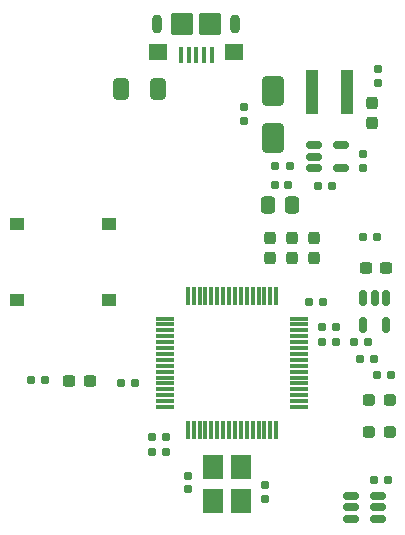
<source format=gbr>
%TF.GenerationSoftware,KiCad,Pcbnew,8.0.2*%
%TF.CreationDate,2024-06-14T14:56:41-07:00*%
%TF.ProjectId,USB_SPDTK,5553425f-5350-4445-944b-2e6b69636164,rev?*%
%TF.SameCoordinates,Original*%
%TF.FileFunction,Paste,Top*%
%TF.FilePolarity,Positive*%
%FSLAX46Y46*%
G04 Gerber Fmt 4.6, Leading zero omitted, Abs format (unit mm)*
G04 Created by KiCad (PCBNEW 8.0.2) date 2024-06-14 14:56:41*
%MOMM*%
%LPD*%
G01*
G04 APERTURE LIST*
G04 Aperture macros list*
%AMRoundRect*
0 Rectangle with rounded corners*
0 $1 Rounding radius*
0 $2 $3 $4 $5 $6 $7 $8 $9 X,Y pos of 4 corners*
0 Add a 4 corners polygon primitive as box body*
4,1,4,$2,$3,$4,$5,$6,$7,$8,$9,$2,$3,0*
0 Add four circle primitives for the rounded corners*
1,1,$1+$1,$2,$3*
1,1,$1+$1,$4,$5*
1,1,$1+$1,$6,$7*
1,1,$1+$1,$8,$9*
0 Add four rect primitives between the rounded corners*
20,1,$1+$1,$2,$3,$4,$5,0*
20,1,$1+$1,$4,$5,$6,$7,0*
20,1,$1+$1,$6,$7,$8,$9,0*
20,1,$1+$1,$8,$9,$2,$3,0*%
G04 Aperture macros list end*
%ADD10RoundRect,0.155000X0.155000X-0.212500X0.155000X0.212500X-0.155000X0.212500X-0.155000X-0.212500X0*%
%ADD11RoundRect,0.155000X-0.212500X-0.155000X0.212500X-0.155000X0.212500X0.155000X-0.212500X0.155000X0*%
%ADD12RoundRect,0.075000X0.075000X-0.700000X0.075000X0.700000X-0.075000X0.700000X-0.075000X-0.700000X0*%
%ADD13RoundRect,0.075000X0.700000X-0.075000X0.700000X0.075000X-0.700000X0.075000X-0.700000X-0.075000X0*%
%ADD14R,1.100000X3.700000*%
%ADD15RoundRect,0.155000X0.212500X0.155000X-0.212500X0.155000X-0.212500X-0.155000X0.212500X-0.155000X0*%
%ADD16RoundRect,0.237500X0.287500X0.237500X-0.287500X0.237500X-0.287500X-0.237500X0.287500X-0.237500X0*%
%ADD17RoundRect,0.160000X0.160000X-0.197500X0.160000X0.197500X-0.160000X0.197500X-0.160000X-0.197500X0*%
%ADD18RoundRect,0.237500X-0.300000X-0.237500X0.300000X-0.237500X0.300000X0.237500X-0.300000X0.237500X0*%
%ADD19R,1.250000X1.000000*%
%ADD20RoundRect,0.160000X0.197500X0.160000X-0.197500X0.160000X-0.197500X-0.160000X0.197500X-0.160000X0*%
%ADD21RoundRect,0.237500X0.237500X-0.300000X0.237500X0.300000X-0.237500X0.300000X-0.237500X-0.300000X0*%
%ADD22RoundRect,0.237500X-0.237500X0.287500X-0.237500X-0.287500X0.237500X-0.287500X0.237500X0.287500X0*%
%ADD23RoundRect,0.150000X-0.512500X-0.150000X0.512500X-0.150000X0.512500X0.150000X-0.512500X0.150000X0*%
%ADD24RoundRect,0.160000X-0.160000X0.197500X-0.160000X-0.197500X0.160000X-0.197500X0.160000X0.197500X0*%
%ADD25RoundRect,0.150000X-0.150000X0.512500X-0.150000X-0.512500X0.150000X-0.512500X0.150000X0.512500X0*%
%ADD26RoundRect,0.250000X-0.412500X-0.650000X0.412500X-0.650000X0.412500X0.650000X-0.412500X0.650000X0*%
%ADD27RoundRect,0.250000X0.650000X-1.000000X0.650000X1.000000X-0.650000X1.000000X-0.650000X-1.000000X0*%
%ADD28RoundRect,0.160000X-0.197500X-0.160000X0.197500X-0.160000X0.197500X0.160000X-0.197500X0.160000X0*%
%ADD29R,1.800000X2.100000*%
%ADD30RoundRect,0.155000X-0.155000X0.212500X-0.155000X-0.212500X0.155000X-0.212500X0.155000X0.212500X0*%
%ADD31RoundRect,0.250000X0.337500X0.475000X-0.337500X0.475000X-0.337500X-0.475000X0.337500X-0.475000X0*%
%ADD32RoundRect,0.100000X0.100000X0.575000X-0.100000X0.575000X-0.100000X-0.575000X0.100000X-0.575000X0*%
%ADD33O,0.900000X1.600000*%
%ADD34RoundRect,0.250000X0.550000X0.450000X-0.550000X0.450000X-0.550000X-0.450000X0.550000X-0.450000X0*%
%ADD35RoundRect,0.250000X0.700000X0.700000X-0.700000X0.700000X-0.700000X-0.700000X0.700000X-0.700000X0*%
G04 APERTURE END LIST*
D10*
%TO.C,C17*%
X129800000Y-105367500D03*
X129800000Y-104232500D03*
%TD*%
D11*
%TO.C,C8*%
X133565000Y-88700000D03*
X134700000Y-88700000D03*
%TD*%
D12*
%TO.C,U4*%
X123275000Y-99525000D03*
X123775000Y-99525000D03*
X124275000Y-99525000D03*
X124775000Y-99525000D03*
X125275000Y-99525000D03*
X125775000Y-99525000D03*
X126275000Y-99525000D03*
X126775000Y-99525000D03*
X127275000Y-99525000D03*
X127775000Y-99525000D03*
X128275000Y-99525000D03*
X128775000Y-99525000D03*
X129275000Y-99525000D03*
X129775000Y-99525000D03*
X130275000Y-99525000D03*
X130775000Y-99525000D03*
D13*
X132700000Y-97600000D03*
X132700000Y-97100000D03*
X132700000Y-96600000D03*
X132700000Y-96100000D03*
X132700000Y-95600000D03*
X132700000Y-95100000D03*
X132700000Y-94600000D03*
X132700000Y-94100000D03*
X132700000Y-93600000D03*
X132700000Y-93100000D03*
X132700000Y-92600000D03*
X132700000Y-92100000D03*
X132700000Y-91600000D03*
X132700000Y-91100000D03*
X132700000Y-90600000D03*
X132700000Y-90100000D03*
D12*
X130775000Y-88175000D03*
X130275000Y-88175000D03*
X129775000Y-88175000D03*
X129275000Y-88175000D03*
X128775000Y-88175000D03*
X128275000Y-88175000D03*
X127775000Y-88175000D03*
X127275000Y-88175000D03*
X126775000Y-88175000D03*
X126275000Y-88175000D03*
X125775000Y-88175000D03*
X125275000Y-88175000D03*
X124775000Y-88175000D03*
X124275000Y-88175000D03*
X123775000Y-88175000D03*
X123275000Y-88175000D03*
D13*
X121350000Y-90100000D03*
X121350000Y-90600000D03*
X121350000Y-91100000D03*
X121350000Y-91600000D03*
X121350000Y-92100000D03*
X121350000Y-92600000D03*
X121350000Y-93100000D03*
X121350000Y-93600000D03*
X121350000Y-94100000D03*
X121350000Y-94600000D03*
X121350000Y-95100000D03*
X121350000Y-95600000D03*
X121350000Y-96100000D03*
X121350000Y-96600000D03*
X121350000Y-97100000D03*
X121350000Y-97600000D03*
%TD*%
D11*
%TO.C,C5*%
X137900000Y-93500000D03*
X139035000Y-93500000D03*
%TD*%
D14*
%TO.C,L1*%
X136800000Y-70900000D03*
X133800000Y-70900000D03*
%TD*%
D15*
%TO.C,C7*%
X121400000Y-101400000D03*
X120265000Y-101400000D03*
%TD*%
D16*
%TO.C,D3*%
X140375000Y-99700000D03*
X138625000Y-99700000D03*
%TD*%
D17*
%TO.C,R3*%
X138100000Y-77395000D03*
X138100000Y-76200000D03*
%TD*%
D18*
%TO.C,C14*%
X113237500Y-95400000D03*
X114962500Y-95400000D03*
%TD*%
D19*
%TO.C,SW2*%
X116575000Y-82100000D03*
X108825000Y-82100000D03*
%TD*%
D17*
%TO.C,R2*%
X139400000Y-70197500D03*
X139400000Y-69002500D03*
%TD*%
D20*
%TO.C,R5*%
X135497500Y-78900000D03*
X134302500Y-78900000D03*
%TD*%
D21*
%TO.C,C1*%
X138900000Y-73562500D03*
X138900000Y-71837500D03*
%TD*%
D22*
%TO.C,D6*%
X130200000Y-83250000D03*
X130200000Y-85000000D03*
%TD*%
D23*
%TO.C,U1*%
X133962500Y-75450000D03*
X133962500Y-76400000D03*
X133962500Y-77350000D03*
X136237500Y-77350000D03*
X136237500Y-75450000D03*
%TD*%
D11*
%TO.C,C19*%
X139065000Y-103800000D03*
X140200000Y-103800000D03*
%TD*%
D24*
%TO.C,R1*%
X128000000Y-72202500D03*
X128000000Y-73397500D03*
%TD*%
D22*
%TO.C,D4*%
X134000000Y-83250000D03*
X134000000Y-85000000D03*
%TD*%
D25*
%TO.C,U2*%
X140050000Y-88362500D03*
X139100000Y-88362500D03*
X138150000Y-88362500D03*
X138150000Y-90637500D03*
X140050000Y-90637500D03*
%TD*%
D26*
%TO.C,C20*%
X117637500Y-70700000D03*
X120762500Y-70700000D03*
%TD*%
D27*
%TO.C,D1*%
X130500000Y-74800000D03*
X130500000Y-70800000D03*
%TD*%
D28*
%TO.C,R10*%
X117602500Y-95600000D03*
X118797500Y-95600000D03*
%TD*%
D11*
%TO.C,C12*%
X120265000Y-100100000D03*
X121400000Y-100100000D03*
%TD*%
D20*
%TO.C,R4*%
X131897500Y-77200000D03*
X130702500Y-77200000D03*
%TD*%
%TO.C,R15*%
X135800000Y-92100000D03*
X134605000Y-92100000D03*
%TD*%
D29*
%TO.C,Y1*%
X125450000Y-102650000D03*
X125450000Y-105550000D03*
X127750000Y-105550000D03*
X127750000Y-102650000D03*
%TD*%
D22*
%TO.C,D5*%
X132100000Y-83250000D03*
X132100000Y-85000000D03*
%TD*%
D15*
%TO.C,C18*%
X135800000Y-90800000D03*
X134665000Y-90800000D03*
%TD*%
D30*
%TO.C,C16*%
X123300000Y-103432500D03*
X123300000Y-104567500D03*
%TD*%
D18*
%TO.C,C4*%
X138337500Y-85800000D03*
X140062500Y-85800000D03*
%TD*%
D31*
%TO.C,C3*%
X132137500Y-80500000D03*
X130062500Y-80500000D03*
%TD*%
D23*
%TO.C,U5*%
X137125000Y-105150000D03*
X137125000Y-106100000D03*
X137125000Y-107050000D03*
X139400000Y-107050000D03*
X139400000Y-106100000D03*
X139400000Y-105150000D03*
%TD*%
D28*
%TO.C,R8*%
X110002500Y-95300000D03*
X111197500Y-95300000D03*
%TD*%
D20*
%TO.C,R6*%
X140500000Y-94900000D03*
X139305000Y-94900000D03*
%TD*%
D16*
%TO.C,D7*%
X140375000Y-97000000D03*
X138625000Y-97000000D03*
%TD*%
D11*
%TO.C,C2*%
X130665000Y-78800000D03*
X131800000Y-78800000D03*
%TD*%
D20*
%TO.C,R7*%
X139300000Y-83200000D03*
X138105000Y-83200000D03*
%TD*%
D11*
%TO.C,C6*%
X137365000Y-92100000D03*
X138500000Y-92100000D03*
%TD*%
D32*
%TO.C,J1*%
X125300000Y-67800000D03*
X124650000Y-67800000D03*
X124000000Y-67800000D03*
X123350000Y-67800000D03*
X122700000Y-67800000D03*
D33*
X127300000Y-65125000D03*
D34*
X127200000Y-67575000D03*
D35*
X125200000Y-65125000D03*
X122800000Y-65125000D03*
D34*
X120800000Y-67575000D03*
D33*
X120700000Y-65125000D03*
%TD*%
D19*
%TO.C,SW1*%
X116575000Y-88500000D03*
X108825000Y-88500000D03*
%TD*%
M02*

</source>
